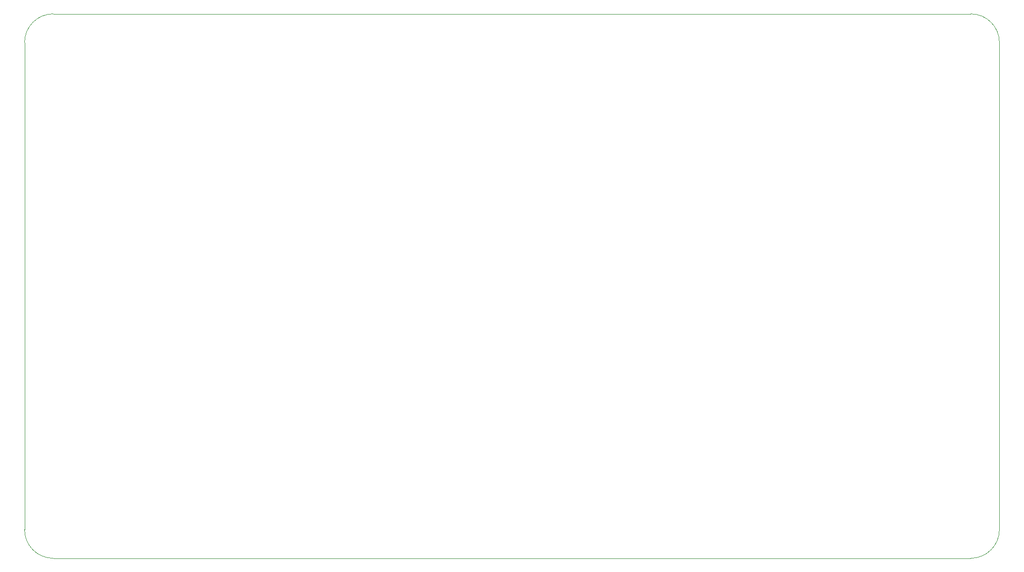
<source format=gbr>
G04 #@! TF.GenerationSoftware,KiCad,Pcbnew,(5.1.6)-1*
G04 #@! TF.CreationDate,2021-03-30T14:44:56-05:00*
G04 #@! TF.ProjectId,UIpcb,55497063-622e-46b6-9963-61645f706362,rev?*
G04 #@! TF.SameCoordinates,Original*
G04 #@! TF.FileFunction,Profile,NP*
%FSLAX46Y46*%
G04 Gerber Fmt 4.6, Leading zero omitted, Abs format (unit mm)*
G04 Created by KiCad (PCBNEW (5.1.6)-1) date 2021-03-30 14:44:56*
%MOMM*%
%LPD*%
G01*
G04 APERTURE LIST*
G04 #@! TA.AperFunction,Profile*
%ADD10C,0.050000*%
G04 #@! TD*
G04 APERTURE END LIST*
D10*
X230000000Y-45000000D02*
G75*
G02*
X235000000Y-50000000I0J-5000000D01*
G01*
X235000000Y-135000000D02*
G75*
G02*
X230000000Y-140000000I-5000000J0D01*
G01*
X70000000Y-140000000D02*
G75*
G02*
X65000000Y-135000000I0J5000000D01*
G01*
X65000000Y-50000000D02*
G75*
G02*
X70000000Y-45000000I5000000J0D01*
G01*
X65000000Y-135000000D02*
X65000000Y-50000000D01*
X230000000Y-140000000D02*
X70000000Y-140000000D01*
X235000000Y-50000000D02*
X235000000Y-135000000D01*
X70000000Y-45000000D02*
X230000000Y-45000000D01*
M02*

</source>
